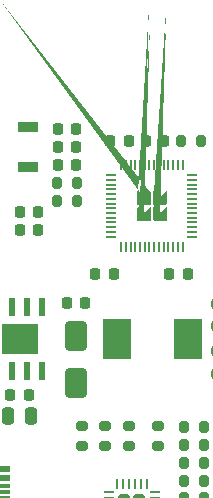
<source format=gbr>
%TF.GenerationSoftware,KiCad,Pcbnew,(7.0.0)*%
%TF.CreationDate,2023-10-01T16:50:46+07:00*%
%TF.ProjectId,CYPD3177,43595044-3331-4373-972e-6b696361645f,rev?*%
%TF.SameCoordinates,Original*%
%TF.FileFunction,Paste,Top*%
%TF.FilePolarity,Positive*%
%FSLAX46Y46*%
G04 Gerber Fmt 4.6, Leading zero omitted, Abs format (unit mm)*
G04 Created by KiCad (PCBNEW (7.0.0)) date 2023-10-01 16:50:46*
%MOMM*%
%LPD*%
G01*
G04 APERTURE LIST*
G04 Aperture macros list*
%AMRoundRect*
0 Rectangle with rounded corners*
0 $1 Rounding radius*
0 $2 $3 $4 $5 $6 $7 $8 $9 X,Y pos of 4 corners*
0 Add a 4 corners polygon primitive as box body*
4,1,4,$2,$3,$4,$5,$6,$7,$8,$9,$2,$3,0*
0 Add four circle primitives for the rounded corners*
1,1,$1+$1,$2,$3*
1,1,$1+$1,$4,$5*
1,1,$1+$1,$6,$7*
1,1,$1+$1,$8,$9*
0 Add four rect primitives between the rounded corners*
20,1,$1+$1,$2,$3,$4,$5,0*
20,1,$1+$1,$4,$5,$6,$7,0*
20,1,$1+$1,$6,$7,$8,$9,0*
20,1,$1+$1,$8,$9,$2,$3,0*%
%AMFreePoly0*
4,1,51,0.532219,0.614745,0.539696,0.609939,0.548497,0.608674,0.568109,0.591679,0.589937,0.577652,0.593629,0.569566,0.600348,0.563745,0.607658,0.538848,0.618438,0.515244,0.617172,0.506443,0.619677,0.497915,0.619677,-0.497915,0.614745,-0.532219,0.609939,-0.539696,0.608674,-0.548497,0.591679,-0.568109,0.577652,-0.589937,0.569566,-0.593629,0.563745,-0.600348,0.538848,-0.607658,
0.515244,-0.618438,0.506443,-0.617172,0.497915,-0.619677,-0.497915,-0.619677,-0.532219,-0.614745,-0.539696,-0.609939,-0.548497,-0.608674,-0.568109,-0.591679,-0.589937,-0.577652,-0.593629,-0.569566,-0.600348,-0.563745,-0.607658,-0.538848,-0.618438,-0.515244,-0.617172,-0.506443,-0.619677,-0.497915,-0.619677,0.397045,-0.616582,0.418565,-0.616895,0.422927,-0.615620,0.425261,-0.614745,0.431349,
-0.598456,0.456693,-0.584014,0.483144,-0.483144,0.584014,-0.465738,0.597042,-0.462875,0.600348,-0.460322,0.601097,-0.455399,0.604783,-0.425958,0.611187,-0.397045,0.619677,0.497915,0.619677,0.532219,0.614745,0.532219,0.614745,$1*%
%AMFreePoly1*
4,1,51,0.532219,0.614745,0.539696,0.609939,0.548497,0.608674,0.568109,0.591679,0.589937,0.577652,0.593629,0.569566,0.600348,0.563745,0.607658,0.538848,0.618438,0.515244,0.617172,0.506443,0.619677,0.497915,0.619677,-0.497915,0.614745,-0.532219,0.609939,-0.539696,0.608674,-0.548497,0.591679,-0.568109,0.577652,-0.589937,0.569566,-0.593629,0.563745,-0.600348,0.538848,-0.607658,
0.515244,-0.618438,0.506443,-0.617172,0.497915,-0.619677,-0.397045,-0.619677,-0.418564,-0.616583,-0.422927,-0.616895,-0.425261,-0.615620,-0.431349,-0.614745,-0.456693,-0.598456,-0.483144,-0.584014,-0.584014,-0.483144,-0.597044,-0.465737,-0.600348,-0.462875,-0.601097,-0.460323,-0.604783,-0.455400,-0.611187,-0.425956,-0.619677,-0.397045,-0.619677,0.497915,-0.614745,0.532219,-0.609939,0.539696,
-0.608674,0.548497,-0.591679,0.568109,-0.577652,0.589937,-0.569566,0.593629,-0.563745,0.600348,-0.538848,0.607658,-0.515244,0.618438,-0.506443,0.617172,-0.497915,0.619677,0.497915,0.619677,0.532219,0.614745,0.532219,0.614745,$1*%
%AMFreePoly2*
4,1,51,0.418565,0.616582,0.422927,0.616895,0.425261,0.615620,0.431349,0.614745,0.456693,0.598456,0.483144,0.584014,0.584014,0.483144,0.597042,0.465738,0.600348,0.462875,0.601097,0.460322,0.604783,0.455399,0.611187,0.425958,0.619677,0.397045,0.619677,-0.497915,0.614745,-0.532219,0.609939,-0.539696,0.608674,-0.548497,0.591679,-0.568109,0.577652,-0.589937,0.569566,-0.593629,
0.563745,-0.600348,0.538848,-0.607658,0.515244,-0.618438,0.506443,-0.617172,0.497915,-0.619677,-0.497915,-0.619677,-0.532219,-0.614745,-0.539696,-0.609939,-0.548497,-0.608674,-0.568109,-0.591679,-0.589937,-0.577652,-0.593629,-0.569566,-0.600348,-0.563745,-0.607658,-0.538848,-0.618438,-0.515244,-0.617172,-0.506443,-0.619677,-0.497915,-0.619677,0.497915,-0.614745,0.532219,-0.609939,0.539696,
-0.608674,0.548497,-0.591679,0.568109,-0.577652,0.589937,-0.569566,0.593629,-0.563745,0.600348,-0.538848,0.607658,-0.515244,0.618438,-0.506443,0.617172,-0.497915,0.619677,0.397045,0.619677,0.418565,0.616582,0.418565,0.616582,$1*%
%AMFreePoly3*
4,1,51,0.532219,0.614745,0.539696,0.609939,0.548497,0.608674,0.568109,0.591679,0.589937,0.577652,0.593629,0.569566,0.600348,0.563745,0.607658,0.538848,0.618438,0.515244,0.617172,0.506443,0.619677,0.497915,0.619677,-0.397045,0.616583,-0.418564,0.616895,-0.422927,0.615620,-0.425261,0.614745,-0.431349,0.598456,-0.456693,0.584014,-0.483144,0.483144,-0.584014,0.465737,-0.597044,
0.462875,-0.600348,0.460323,-0.601097,0.455400,-0.604783,0.425956,-0.611187,0.397045,-0.619677,-0.497915,-0.619677,-0.532219,-0.614745,-0.539696,-0.609939,-0.548497,-0.608674,-0.568109,-0.591679,-0.589937,-0.577652,-0.593629,-0.569566,-0.600348,-0.563745,-0.607658,-0.538848,-0.618438,-0.515244,-0.617172,-0.506443,-0.619677,-0.497915,-0.619677,0.497915,-0.614745,0.532219,-0.609939,0.539696,
-0.608674,0.548497,-0.591679,0.568109,-0.577652,0.589937,-0.569566,0.593629,-0.563745,0.600348,-0.538848,0.607658,-0.515244,0.618438,-0.506443,0.617172,-0.497915,0.619677,0.497915,0.619677,0.532219,0.614745,0.532219,0.614745,$1*%
G04 Aperture macros list end*
%ADD10RoundRect,0.200000X0.200000X0.275000X-0.200000X0.275000X-0.200000X-0.275000X0.200000X-0.275000X0*%
%ADD11RoundRect,0.250000X0.475000X-0.250000X0.475000X0.250000X-0.475000X0.250000X-0.475000X-0.250000X0*%
%ADD12RoundRect,0.200000X-0.275000X0.200000X-0.275000X-0.200000X0.275000X-0.200000X0.275000X0.200000X0*%
%ADD13RoundRect,0.225000X0.225000X0.250000X-0.225000X0.250000X-0.225000X-0.250000X0.225000X-0.250000X0*%
%ADD14RoundRect,0.225000X-0.225000X-0.250000X0.225000X-0.250000X0.225000X0.250000X-0.225000X0.250000X0*%
%ADD15RoundRect,0.200000X-0.200000X-0.275000X0.200000X-0.275000X0.200000X0.275000X-0.200000X0.275000X0*%
%ADD16RoundRect,0.250000X0.250000X0.475000X-0.250000X0.475000X-0.250000X-0.475000X0.250000X-0.475000X0*%
%ADD17R,1.700000X0.900000*%
%ADD18RoundRect,0.225000X-0.250000X0.225000X-0.250000X-0.225000X0.250000X-0.225000X0.250000X0.225000X0*%
%ADD19RoundRect,0.150000X-0.587500X-0.150000X0.587500X-0.150000X0.587500X0.150000X-0.587500X0.150000X0*%
%ADD20R,1.200000X1.400000*%
%ADD21RoundRect,0.200000X0.275000X-0.200000X0.275000X0.200000X-0.275000X0.200000X-0.275000X-0.200000X0*%
%ADD22R,0.600000X1.550000*%
%ADD23R,3.100000X2.600000*%
%ADD24RoundRect,0.150000X-0.725000X-0.150000X0.725000X-0.150000X0.725000X0.150000X-0.725000X0.150000X0*%
%ADD25RoundRect,0.218750X-0.218750X-0.256250X0.218750X-0.256250X0.218750X0.256250X-0.218750X0.256250X0*%
%ADD26R,0.900000X1.700000*%
%ADD27RoundRect,0.250000X0.650000X-1.000000X0.650000X1.000000X-0.650000X1.000000X-0.650000X-1.000000X0*%
%ADD28R,1.450000X0.600000*%
%ADD29R,1.450000X0.300000*%
%ADD30R,2.350000X3.500000*%
%ADD31RoundRect,0.250000X-0.475000X0.250000X-0.475000X-0.250000X0.475000X-0.250000X0.475000X0.250000X0*%
%ADD32RoundRect,0.150000X0.150000X-0.650000X0.150000X0.650000X-0.150000X0.650000X-0.150000X-0.650000X0*%
%ADD33RoundRect,0.250000X0.255000X0.255000X-0.255000X0.255000X-0.255000X-0.255000X0.255000X-0.255000X0*%
%ADD34RoundRect,0.062500X0.375000X0.062500X-0.375000X0.062500X-0.375000X-0.062500X0.375000X-0.062500X0*%
%ADD35RoundRect,0.062500X0.062500X0.375000X-0.062500X0.375000X-0.062500X-0.375000X0.062500X-0.375000X0*%
%ADD36FreePoly0,90.000000*%
%ADD37FreePoly1,90.000000*%
%ADD38FreePoly2,90.000000*%
%ADD39FreePoly3,90.000000*%
%ADD40RoundRect,0.050000X0.050000X-0.387500X0.050000X0.387500X-0.050000X0.387500X-0.050000X-0.387500X0*%
%ADD41RoundRect,0.050000X0.387500X-0.050000X0.387500X0.050000X-0.387500X0.050000X-0.387500X-0.050000X0*%
G04 APERTURE END LIST*
D10*
%TO.C,R23*%
X45325000Y-22550000D03*
X43675000Y-22550000D03*
%TD*%
D11*
%TO.C,C15*%
X59500000Y-34700000D03*
X59500000Y-32800000D03*
%TD*%
D12*
%TO.C,R1*%
X62750000Y-40175000D03*
X62750000Y-41825000D03*
%TD*%
D13*
%TO.C,C3*%
X50775000Y-55750000D03*
X49225000Y-55750000D03*
%TD*%
D14*
%TO.C,C20*%
X48175000Y-19000000D03*
X49725000Y-19000000D03*
%TD*%
%TO.C,C28*%
X35225000Y-18000000D03*
X36775000Y-18000000D03*
%TD*%
D15*
%TO.C,R5*%
X54425000Y-56750000D03*
X56075000Y-56750000D03*
%TD*%
D16*
%TO.C,C5*%
X43950000Y-54250000D03*
X42050000Y-54250000D03*
%TD*%
D14*
%TO.C,C8*%
X54475000Y-58250000D03*
X56025000Y-58250000D03*
%TD*%
D17*
%TO.C,SW_RESET1*%
X63999999Y-21199999D03*
X63999999Y-17799999D03*
%TD*%
D18*
%TO.C,C29*%
X63300000Y-24325000D03*
X63300000Y-25875000D03*
%TD*%
D10*
%TO.C,R4*%
X56075000Y-55250000D03*
X54425000Y-55250000D03*
%TD*%
D14*
%TO.C,C26*%
X58225000Y-19900000D03*
X59775000Y-19900000D03*
%TD*%
D19*
%TO.C,Q1*%
X64562500Y-40050000D03*
X64562500Y-41950000D03*
X66437500Y-41000000D03*
%TD*%
D13*
%TO.C,C4*%
X50775000Y-54250000D03*
X49225000Y-54250000D03*
%TD*%
D14*
%TO.C,C25*%
X53175000Y-30250000D03*
X54725000Y-30250000D03*
%TD*%
D10*
%TO.C,R22*%
X45325000Y-24050000D03*
X43675000Y-24050000D03*
%TD*%
D14*
%TO.C,C6*%
X46225000Y-54250000D03*
X47775000Y-54250000D03*
%TD*%
D20*
%TO.C,Y1*%
X61449999Y-26199999D03*
X61449999Y-23999999D03*
X59749999Y-23999999D03*
X59749999Y-26199999D03*
%TD*%
D13*
%TO.C,C19*%
X52725000Y-19000000D03*
X51175000Y-19000000D03*
%TD*%
D15*
%TO.C,R9*%
X54425000Y-43250000D03*
X56075000Y-43250000D03*
%TD*%
D17*
%TO.C,SW2*%
X71749999Y-29299999D03*
X71749999Y-32699999D03*
%TD*%
D12*
%TO.C,R14*%
X45750000Y-43175000D03*
X45750000Y-44825000D03*
%TD*%
D21*
%TO.C,R34*%
X32000000Y-28575000D03*
X32000000Y-26925000D03*
%TD*%
D12*
%TO.C,R3*%
X49750000Y-43175000D03*
X49750000Y-44825000D03*
%TD*%
%TO.C,R16*%
X41750000Y-61925000D03*
X41750000Y-63575000D03*
%TD*%
%TO.C,R12*%
X52250000Y-43175000D03*
X52250000Y-44825000D03*
%TD*%
D22*
%TO.C,U2*%
X42404999Y-33049999D03*
X41134999Y-33049999D03*
X39864999Y-33049999D03*
X38594999Y-33049999D03*
X38594999Y-38449999D03*
X39864999Y-38449999D03*
X41134999Y-38449999D03*
X42404999Y-38449999D03*
D23*
X40499999Y-35749999D03*
%TD*%
D16*
%TO.C,C11*%
X41450000Y-42250000D03*
X39550000Y-42250000D03*
%TD*%
D10*
%TO.C,R2*%
X69825000Y-41500000D03*
X68175000Y-41500000D03*
%TD*%
D24*
%TO.C,Q2*%
X40425000Y-56345000D03*
X40425000Y-57615000D03*
X40425000Y-58885000D03*
X40425000Y-60155000D03*
X45575000Y-60155000D03*
X45575000Y-58885000D03*
X45575000Y-57615000D03*
X45575000Y-56345000D03*
%TD*%
D12*
%TO.C,R33*%
X32000000Y-23675000D03*
X32000000Y-25325000D03*
%TD*%
D10*
%TO.C,R6*%
X56075000Y-53750000D03*
X54425000Y-53750000D03*
%TD*%
D15*
%TO.C,R15*%
X54425000Y-49250000D03*
X56075000Y-49250000D03*
%TD*%
D21*
%TO.C,R19*%
X37000000Y-42075000D03*
X37000000Y-40425000D03*
%TD*%
D25*
%TO.C,D3*%
X71462500Y-39750000D03*
X73037500Y-39750000D03*
%TD*%
D15*
%TO.C,R31*%
X54175000Y-19000000D03*
X55825000Y-19000000D03*
%TD*%
D13*
%TO.C,C2*%
X50775000Y-57250000D03*
X49225000Y-57250000D03*
%TD*%
D26*
%TO.C,SW3*%
X69549999Y-36499999D03*
X72949999Y-36499999D03*
%TD*%
D13*
%TO.C,C17*%
X59775000Y-18400000D03*
X58225000Y-18400000D03*
%TD*%
D10*
%TO.C,R10*%
X56075000Y-46250000D03*
X54425000Y-46250000D03*
%TD*%
D13*
%TO.C,C23*%
X45275000Y-18000000D03*
X43725000Y-18000000D03*
%TD*%
D18*
%TO.C,C1*%
X52250000Y-54225000D03*
X52250000Y-55775000D03*
%TD*%
D17*
%TO.C,SW1*%
X71749999Y-27699999D03*
X71749999Y-24299999D03*
%TD*%
D11*
%TO.C,C14*%
X57500000Y-34700000D03*
X57500000Y-32800000D03*
%TD*%
D15*
%TO.C,R7*%
X54425000Y-52250000D03*
X56075000Y-52250000D03*
%TD*%
D12*
%TO.C,R13*%
X47750000Y-43175000D03*
X47750000Y-44825000D03*
%TD*%
%TO.C,R18*%
X43250000Y-61925000D03*
X43250000Y-63575000D03*
%TD*%
D14*
%TO.C,C18*%
X43725000Y-21000000D03*
X45275000Y-21000000D03*
%TD*%
D27*
%TO.C,D2*%
X45250000Y-39500000D03*
X45250000Y-35500000D03*
%TD*%
D28*
%TO.C,J1*%
X39044999Y-46749999D03*
X39044999Y-47549999D03*
D29*
X39044999Y-48749999D03*
X39044999Y-49749999D03*
X39044999Y-50249999D03*
X39044999Y-51249999D03*
D28*
X39044999Y-52449999D03*
X39044999Y-53249999D03*
X39044999Y-53249999D03*
X39044999Y-52449999D03*
D29*
X39044999Y-51749999D03*
X39044999Y-50749999D03*
X39044999Y-49249999D03*
X39044999Y-48249999D03*
D28*
X39044999Y-47549999D03*
X39044999Y-46749999D03*
%TD*%
D14*
%TO.C,C30*%
X59825000Y-22100000D03*
X61375000Y-22100000D03*
%TD*%
D12*
%TO.C,R29*%
X57900000Y-22575000D03*
X57900000Y-24225000D03*
%TD*%
D14*
%TO.C,C16*%
X40525000Y-26500000D03*
X42075000Y-26500000D03*
%TD*%
D30*
%TO.C,L1*%
X48724999Y-35749999D03*
X54774999Y-35749999D03*
%TD*%
D17*
%TO.C,SW_BOOT1*%
X41249999Y-17799999D03*
X41249999Y-21199999D03*
%TD*%
D31*
%TO.C,C13*%
X59500000Y-36800000D03*
X59500000Y-38700000D03*
%TD*%
%TO.C,C10*%
X57500000Y-36800000D03*
X57500000Y-38700000D03*
%TD*%
D14*
%TO.C,C9*%
X44475000Y-32750000D03*
X46025000Y-32750000D03*
%TD*%
D10*
%TO.C,R21*%
X69825000Y-39750000D03*
X68175000Y-39750000D03*
%TD*%
%TO.C,R17*%
X56075000Y-50750000D03*
X54425000Y-50750000D03*
%TD*%
D32*
%TO.C,U5*%
X34000000Y-28100000D03*
X35270000Y-28100000D03*
X36540000Y-28100000D03*
X37810000Y-28100000D03*
X37810000Y-20900000D03*
X36540000Y-20900000D03*
X35270000Y-20900000D03*
X34000000Y-20900000D03*
%TD*%
D12*
%TO.C,R20*%
X35500001Y-40425000D03*
X35500001Y-42075000D03*
%TD*%
D13*
%TO.C,C22*%
X45275000Y-19500000D03*
X43725000Y-19500000D03*
%TD*%
%TO.C,C21*%
X42075000Y-25000000D03*
X40525000Y-25000000D03*
%TD*%
D31*
%TO.C,C7*%
X45250000Y-62050000D03*
X45250000Y-63950000D03*
%TD*%
D33*
%TO.C,U1*%
X50625000Y-50625000D03*
X50625000Y-49375000D03*
X49375000Y-50625000D03*
X49375000Y-49375000D03*
D34*
X51937500Y-51250000D03*
X51937500Y-50750000D03*
X51937500Y-50250000D03*
X51937500Y-49750000D03*
X51937500Y-49250000D03*
X51937500Y-48750000D03*
D35*
X51250000Y-48062500D03*
X50750000Y-48062500D03*
X50250000Y-48062500D03*
X49750000Y-48062500D03*
X49250000Y-48062500D03*
X48750000Y-48062500D03*
D34*
X48062500Y-48750000D03*
X48062500Y-49250000D03*
X48062500Y-49750000D03*
X48062500Y-50250000D03*
X48062500Y-50750000D03*
X48062500Y-51250000D03*
D35*
X48750000Y-51937500D03*
X49250000Y-51937500D03*
X49750000Y-51937500D03*
X50250000Y-51937500D03*
X50750000Y-51937500D03*
X51250000Y-51937500D03*
%TD*%
D25*
%TO.C,D1*%
X71462500Y-41500000D03*
X73037500Y-41500000D03*
%TD*%
D10*
%TO.C,R8*%
X56075000Y-44750000D03*
X54425000Y-44750000D03*
%TD*%
D13*
%TO.C,C24*%
X48475000Y-30250000D03*
X46925000Y-30250000D03*
%TD*%
D36*
%TO.C,U4*%
X51025000Y-25175000D03*
D37*
X52375000Y-25175000D03*
D38*
X51025000Y-23825000D03*
D39*
X52375000Y-23825000D03*
D40*
X49100000Y-27937500D03*
X49500000Y-27937500D03*
X49900000Y-27937500D03*
X50300000Y-27937500D03*
X50700000Y-27937500D03*
X51100000Y-27937500D03*
X51500000Y-27937500D03*
X51900000Y-27937500D03*
X52300000Y-27937500D03*
X52700000Y-27937500D03*
X53100000Y-27937500D03*
X53500000Y-27937500D03*
X53900000Y-27937500D03*
X54300000Y-27937500D03*
D41*
X55137500Y-27100000D03*
X55137500Y-26700000D03*
X55137500Y-26300000D03*
X55137500Y-25900000D03*
X55137500Y-25500000D03*
X55137500Y-25100000D03*
X55137500Y-24700000D03*
X55137500Y-24300000D03*
X55137500Y-23900000D03*
X55137500Y-23500000D03*
X55137500Y-23100000D03*
X55137500Y-22700000D03*
X55137500Y-22300000D03*
X55137500Y-21900000D03*
D40*
X54300000Y-21062500D03*
X53900000Y-21062500D03*
X53500000Y-21062500D03*
X53100000Y-21062500D03*
X52700000Y-21062500D03*
X52300000Y-21062500D03*
X51900000Y-21062500D03*
X51500000Y-21062500D03*
X51100000Y-21062500D03*
X50700000Y-21062500D03*
X50300000Y-21062500D03*
X49900000Y-21062500D03*
X49500000Y-21062500D03*
X49100000Y-21062500D03*
D41*
X48262500Y-21900000D03*
X48262500Y-22300000D03*
X48262500Y-22700000D03*
X48262500Y-23100000D03*
X48262500Y-23500000D03*
X48262500Y-23900000D03*
X48262500Y-24300000D03*
X48262500Y-24700000D03*
X48262500Y-25100000D03*
X48262500Y-25500000D03*
X48262500Y-25900000D03*
X48262500Y-26300000D03*
X48262500Y-26700000D03*
X48262500Y-27100000D03*
%TD*%
D15*
%TO.C,R11*%
X54425000Y-47750000D03*
X56075000Y-47750000D03*
%TD*%
D13*
%TO.C,C12*%
X41275000Y-40500000D03*
X39725000Y-40500000D03*
%TD*%
M02*

</source>
